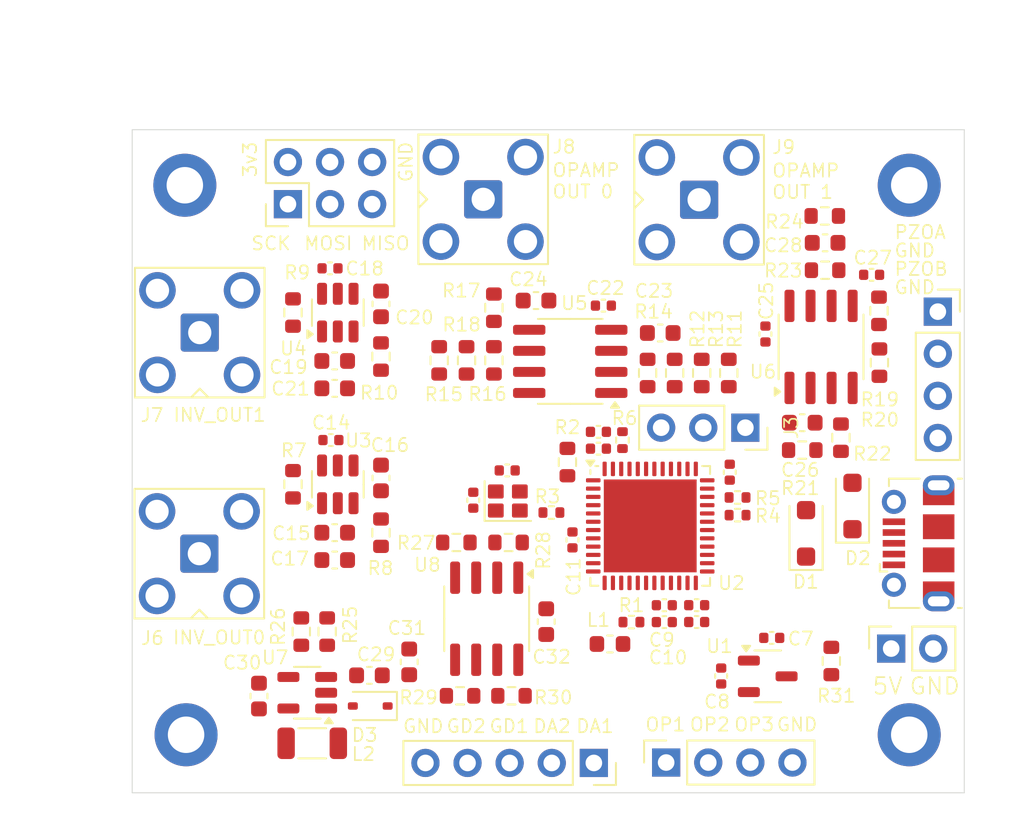
<source format=kicad_pcb>
(kicad_pcb (version 20241229) (generator "pcbnew") (generator_version "9.0")
  (layers (0 "F.Cu" signal) (2 "B.Cu" signal) (13 "F.Paste" user) (15 "B.Paste" user) (5 "F.SilkS" user "F.Silkscreen") (7 "B.SilkS" user "B.Silkscreen") (1 "F.Mask" user) (3 "B.Mask" user) (25 "Edge.Cuts" user))
  (net 0 "")
  (net 1 "+5V")
  (net 2 "GND")
  (net 3 "+3V3")
  (net 4 "Net-(C20-Pad2)")
  (net 5 "Net-(J6-In)")
  (net 6 "/MCU/dac1_out1")
  (net 7 "/MCU/dac1_out2")
  (net 8 "/MCU/piezo_record_needle/Vhalf")
  (net 9 "/MCU/VREF+")
  (net 10 "/MCU/NRST")
  (net 11 "/MCU/USB_D+")
  (net 12 "/MCU/USB_D-")
  (net 22 "+3.3V")
  (net 23 "/MCU/TIM3_ETR")
  (net 24 "/MCU/TIM4_ETR")
  (net 25 "/MCU/TIM1_ETR")
  (net 26 "/MCU/TIM2_ETR")
  (net 27 "/MCU/BOOT0")
  (net 28 "/MCU/piezo_record_needle/PIEZO_IN_A")
  (net 29 "/MCU/piezo_record_needle/PIEZO_IN_B")
  (net 30 "/MCU/SWCLK")
  (net 31 "/MCU/SWDIO")
  (net 32 "/MCU/opamp1_vinp")
  (net 33 "/MCU/SPI3_MOSI")
  (net 34 "/MCU/opamp3_vinp")
  (net 35 "/MCU/SPI3_MISO")
  (net 36 "/MCU/SPI3_SCK")
  (net 37 "/MCU/opamp2_vinp")
  (net 38 "Net-(U2-PF0)")
  (net 39 "Net-(C13-Pad1)")
  (net 40 "Net-(U3-1A)")
  (net 41 "Net-(U3-2Y)")
  (net 42 "Net-(C16-Pad2)")
  (net 43 "Net-(U4-1A)")
  (net 44 "Net-(J7-In)")
  (net 45 "Net-(U4-2Y)")
  (net 46 "Net-(J8-In)")
  (net 47 "Net-(J9-In)")
  (net 48 "Net-(U6A--)")
  (net 49 "Net-(U6B--)")
  (net 50 "Net-(L1-Pad1)")
  (net 51 "Net-(U2-VBAT)")
  (net 52 "Net-(U2-PF1)")
  (net 53 "Net-(U2-PA11)")
  (net 54 "Net-(U2-PA12)")
  (net 55 "Net-(U5A--)")
  (net 56 "Net-(U5B--)")
  (net 78 "+18V")
  (net 79 "Net-(U7-FB)")
  (net 80 "Net-(D3-A)")
  (net 81 "/MCU/piezo_drive/DAC1_CH1_GAIN")
  (net 82 "/MCU/piezo_drive/DAC1_CH2_GAIN")
  (net 83 "Net-(U8A--)")
  (net 84 "Net-(U8B--)")
  (net 85 "/MCU/BOOST_EN")
  (net 86 "/MCU/Power/USB_D+")
  (net 87 "/MCU/Power/USB_D-")
  (net 88 "/MCU/piezo_drive/dac1_out2")
  (net 89 "/MCU/piezo_drive/dac1_out1")
  (net 91 "+5V_IN")
  (footprint "Package_SO:SOIC-8_3.9x4.9mm_P1.27mm" (layer "F.Cu") (at 161.385 89.5 -90)
    (property "Reference" "U8" (at -3.25 3.575 0) (layer "F.SilkS") (effects (font (size 0.8 0.8) (thickness 0.1))))
    (property "Value" "OPA2188AIDR")
    (pad "1" smd roundrect (at -2.475 -1.905 270) (size 1.95 0.6) (layers "F.Cu" "F.Mask" "F.Paste") (net 81 "/MCU/piezo_drive/DAC1_CH1_GAIN"))
    (pad "2" smd roundrect (at -2.475 -0.635 270) (size 1.95 0.6) (layers "F.Cu" "F.Mask" "F.Paste") (net 83 "Net-(U8A--)"))
    (pad "3" smd roundrect (at -2.475 0.635 270) (size 1.95 0.6) (layers "F.Cu" "F.Mask" "F.Paste") (net 6 "/MCU/dac1_out1"))
    (pad "4" smd roundrect (at -2.475 1.905 270) (size 1.95 0.6) (layers "F.Cu" "F.Mask" "F.Paste") (net 2 "GND"))
    (pad "5" smd roundrect (at 2.475 1.905 270) (size 1.95 0.6) (layers "F.Cu" "F.Mask" "F.Paste") (net 7 "/MCU/dac1_out2"))
    (pad "6" smd roundrect (at 2.475 0.635 270) (size 1.95 0.6) (layers "F.Cu" "F.Mask" "F.Paste") (net 84 "Net-(U8B--)"))
    (pad "7" smd roundrect (at 2.475 -0.635 270) (size 1.95 0.6) (layers "F.Cu" "F.Mask" "F.Paste") (net 82 "/MCU/piezo_drive/DAC1_CH2_GAIN"))
    (pad "8" smd roundrect (at 2.475 -1.905 270) (size 1.95 0.6) (layers "F.Cu" "F.Mask" "F.Paste") (net 78 "+18V"))
  )
  (footprint "Connector_PinSocket_2.54mm:PinSocket_1x03_P2.54mm_Vertical" (layer "F.Cu") (at 176.99 77.975 -90)
    (property "Reference" "J3" (at 0 -2.77 90) (layer "F.SilkS") (effects (font (size 0.8 0.8) (thickness 0.1))))
    (property "Value" "Conn_01x03")
    (pad "1" thru_hole rect (at 0 0 270) (size 1.7 1.7) (drill 1) (layers "*.Cu" "*.Mask") (net 31 "/MCU/SWDIO"))
    (pad "2" thru_hole oval (at 0 2.54 270) (size 1.7 1.7) (drill 1) (layers "*.Cu" "*.Mask") (net 30 "/MCU/SWCLK"))
    (pad "3" thru_hole oval (at 0 5.08 270) (size 1.7 1.7) (drill 1) (layers "*.Cu" "*.Mask") (net 2 "GND"))
  )
  (footprint "Resistor_SMD:R_0603_1608Metric" (layer "F.Cu") (at 159.78 94.15)
    (property "Reference" "R29" (at -2.505 0.1 0) (layer "F.SilkS") (effects (font (size 0.8 0.8) (thickness 0.1))))
    (property "Value" "10k")
    (pad "1" smd roundrect (at -0.825 0) (size 0.8 0.95) (layers "F.Cu" "F.Mask" "F.Paste") (net 2 "GND"))
    (pad "2" smd roundrect (at 0.825 0) (size 0.8 0.95) (layers "F.Cu" "F.Mask" "F.Paste") (net 84 "Net-(U8B--)"))
  )
  (footprint "Capacitor_SMD:C_0402_1005Metric" (layer "F.Cu") (at 174.0525 89.698)
    (property "Reference" "C6" (hide yes))
    (property "Value" "2.2u")
    (pad "1" smd roundrect (at -0.48 0) (size 0.56 0.62) (layers "F.Cu" "F.Mask" "F.Paste") (net 3 "+3V3"))
    (pad "2" smd roundrect (at 0.48 0) (size 0.56 0.62) (layers "F.Cu" "F.Mask" "F.Paste") (net 2 "GND"))
  )
  (footprint "Resistor_SMD:R_0603_1608Metric" (layer "F.Cu") (at 182.7554 78.5772 -90)
    (property "Reference" "R22" (at 0.9728 -1.8946 0) (layer "F.SilkS") (effects (font (size 0.8 0.8) (thickness 0.1))))
    (property "Value" "10k")
    (pad "1" smd roundrect (at -0.825 0 270) (size 0.8 0.95) (layers "F.Cu" "F.Mask" "F.Paste") (net 28 "/MCU/piezo_record_needle/PIEZO_IN_A"))
    (pad "2" smd roundrect (at 0.825 0 270) (size 0.8 0.95) (layers "F.Cu" "F.Mask" "F.Paste") (net 48 "Net-(U6A--)"))
  )
  (footprint "Package_DFN_QFN:QFN-48-1EP_7x7mm_P0.5mm_EP5.6x5.6mm" (layer "F.Cu") (at 171.25 83.9)
    (property "Reference" "U2" (at 4.9 3.45 0) (layer "F.SilkS") (effects (font (size 0.8 0.8) (thickness 0.1))))
    (property "Value" "STM32G431CBUx")
    (pad "1" smd roundrect (at -3.4375 -2.75) (size 0.875 0.25) (layers "F.Cu" "F.Mask" "F.Paste") (net 51 "Net-(U2-VBAT)"))
    (pad "2" smd roundrect (at -3.4375 -2.25) (size 0.875 0.25) (layers "F.Cu" "F.Mask" "F.Paste"))
    (pad "3" smd roundrect (at -3.4375 -1.75) (size 0.875 0.25) (layers "F.Cu" "F.Mask" "F.Paste"))
    (pad "4" smd roundrect (at -3.4375 -1.25) (size 0.875 0.25) (layers "F.Cu" "F.Mask" "F.Paste") (net 85 "/MCU/BOOST_EN"))
    (pad "5" smd roundrect (at -3.4375 -0.75) (size 0.875 0.25) (layers "F.Cu" "F.Mask" "F.Paste") (net 38 "Net-(U2-PF0)"))
    (pad "6" smd roundrect (at -3.4375 -0.25) (size 0.875 0.25) (layers "F.Cu" "F.Mask" "F.Paste") (net 52 "Net-(U2-PF1)"))
    (pad "7" smd roundrect (at -3.4375 0.25) (size 0.875 0.25) (layers "F.Cu" "F.Mask" "F.Paste") (net 10 "/MCU/NRST"))
    (pad "8" smd roundrect (at -3.4375 0.75) (size 0.875 0.25) (layers "F.Cu" "F.Mask" "F.Paste"))
    (pad "9" smd roundrect (at -3.4375 1.25) (size 0.875 0.25) (layers "F.Cu" "F.Mask" "F.Paste"))
    (pad "10" smd roundrect (at -3.4375 1.75) (size 0.875 0.25) (layers "F.Cu" "F.Mask" "F.Paste"))
    (pad "11" smd roundrect (at -3.4375 2.25) (size 0.875 0.25) (layers "F.Cu" "F.Mask" "F.Paste") (net 32 "/MCU/opamp1_vinp"))
    (pad "12" smd roundrect (at -3.4375 2.75) (size 0.875 0.25) (layers "F.Cu" "F.Mask" "F.Paste") (net 6 "/MCU/dac1_out1"))
    (pad "13" smd roundrect (at -2.75 3.4375) (size 0.25 0.875) (layers "F.Cu" "F.Mask" "F.Paste") (net 7 "/MCU/dac1_out2"))
    (pad "14" smd roundrect (at -2.25 3.4375) (size 0.25 0.875) (layers "F.Cu" "F.Mask" "F.Paste"))
    (pad "15" smd roundrect (at -1.75 3.4375) (size 0.25 0.875) (layers "F.Cu" "F.Mask" "F.Paste"))
    (pad "16" smd roundrect (at -1.25 3.4375) (size 0.25 0.875) (layers "F.Cu" "F.Mask" "F.Paste") (net 25 "/MCU/TIM1_ETR"))
    (pad "17" smd roundrect (at -0.75 3.4375) (size 0.25 0.875) (layers "F.Cu" "F.Mask" "F.Paste"))
    (pad "18" smd roundrect (at -0.25 3.4375) (size 0.25 0.875) (layers "F.Cu" "F.Mask" "F.Paste"))
    (pad "19" smd roundrect (at 0.25 3.4375) (size 0.25 0.875) (layers "F.Cu" "F.Mask" "F.Paste"))
    (pad "20" smd roundrect (at 0.75 3.4375) (size 0.25 0.875) (layers "F.Cu" "F.Mask" "F.Paste") (net 9 "/MCU/VREF+"))
    (pad "21" smd roundrect (at 1.25 3.4375) (size 0.25 0.875) (layers "F.Cu" "F.Mask" "F.Paste") (net 9 "/MCU/VREF+"))
    (pad "22" smd roundrect (at 1.75 3.4375) (size 0.25 0.875) (layers "F.Cu" "F.Mask" "F.Paste"))
    (pad "23" smd roundrect (at 2.25 3.4375) (size 0.25 0.875) (layers "F.Cu" "F.Mask" "F.Paste") (net 3 "+3V3"))
    (pad "24" smd roundrect (at 2.75 3.4375) (size 0.25 0.875) (layers "F.Cu" "F.Mask" "F.Paste"))
    (pad "25" smd roundrect (at 3.4375 2.75) (size 0.875 0.25) (layers "F.Cu" "F.Mask" "F.Paste"))
    (pad "26" smd roundrect (at 3.4375 2.25) (size 0.875 0.25) (layers "F.Cu" "F.Mask" "F.Paste") (net 34 "/MCU/opamp3_vinp"))
    (pad "27" smd roundrect (at 3.4375 1.75) (size 0.875 0.25) (layers "F.Cu" "F.Mask" "F.Paste") (net 37 "/MCU/opamp2_vinp"))
    (pad "28" smd roundrect (at 3.4375 1.25) (size 0.875 0.25) (layers "F.Cu" "F.Mask" "F.Paste"))
    (pad "29" smd roundrect (at 3.4375 0.75) (size 0.875 0.25) (layers "F.Cu" "F.Mask" "F.Paste"))
    (pad "30" smd roundrect (at 3.4375 0.25) (size 0.875 0.25) (layers "F.Cu" "F.Mask" "F.Paste") (net 24 "/MCU/TIM4_ETR"))
    (pad "31" smd roundrect (at 3.4375 -0.25) (size 0.875 0.25) (layers "F.Cu" "F.Mask" "F.Paste"))
    (pad "32" smd roundrect (at 3.4375 -0.75) (size 0.875 0.25) (layers "F.Cu" "F.Mask" "F.Paste"))
    (pad "33" smd roundrect (at 3.4375 -1.25) (size 0.875 0.25) (layers "F.Cu" "F.Mask" "F.Paste") (net 53 "Net-(U2-PA11)"))
    (pad "34" smd roundrect (at 3.4375 -1.75) (size 0.875 0.25) (layers "F.Cu" "F.Mask" "F.Paste") (net 54 "Net-(U2-PA12)"))
    (pad "35" smd roundrect (at 3.4375 -2.25) (size 0.875 0.25) (layers "F.Cu" "F.Mask" "F.Paste") (net 3 "+3V3"))
    (pad "36" smd roundrect (at 3.4375 -2.75) (size 0.875 0.25) (layers "F.Cu" "F.Mask" "F.Paste") (net 31 "/MCU/SWDIO"))
    (pad "37" smd roundrect (at 2.75 -3.4375) (size 0.25 0.875) (layers "F.Cu" "F.Mask" "F.Paste") (net 30 "/MCU/SWCLK"))
    (pad "38" smd roundrect (at 2.25 -3.4375) (size 0.25 0.875) (layers "F.Cu" "F.Mask" "F.Paste") (net 26 "/MCU/TIM2_ETR"))
    (pad "39" smd roundrect (at 1.75 -3.4375) (size 0.25 0.875) (layers "F.Cu" "F.Mask" "F.Paste") (net 36 "/MCU/SPI3_SCK"))
    (pad "40" smd roundrect (at 1.25 -3.4375) (size 0.25 0.875) (layers "F.Cu" "F.Mask" "F.Paste") (net 35 "/MCU/SPI3_MISO"))
    (pad "41" smd roundrect (at 0.75 -3.4375) (size 0.25 0.875) (layers "F.Cu" "F.Mask" "F.Paste") (net 23 "/MCU/TIM3_ETR"))
    (pad "42" smd roundrect (at 0.25 -3.4375) (size 0.25 0.875) (layers "F.Cu" "F.Mask" "F.Paste"))
    (pad "43" smd roundrect (at -0.25 -3.4375) (size 0.25 0.875) (layers "F.Cu" "F.Mask" "F.Paste") (net 33 "/MCU/SPI3_MOSI"))
    (pad "44" smd roundrect (at -0.75 -3.4375) (size 0.25 0.875) (layers "F.Cu" "F.Mask" "F.Paste"))
    (pad "45" smd roundrect (at -1.25 -3.4375) (size 0.25 0.875) (layers "F.Cu" "F.Mask" "F.Paste"))
    (pad "46" smd roundrect (at -1.75 -3.4375) (size 0.25 0.875) (layers "F.Cu" "F.Mask" "F.Paste") (net 27 "/MCU/BOOT0"))
    (pad "47" smd roundrect (at -2.25 -3.4375) (size 0.25 0.875) (layers "F.Cu" "F.Mask" "F.Paste"))
    (pad "48" smd roundrect (at -2.75 -3.4375) (size 0.25 0.875) (layers "F.Cu" "F.Mask" "F.Paste") (net 3 "+3V3"))
    (pad "49" smd rect (at 0 0) (size 5.6 5.6) (property pad_prop_heatsink) (layers "F.Cu" "F.Mask") (net 2 "GND"))
  )
  (footprint "Capacitor_SMD:C_0603_1608Metric" (layer "F.Cu") (at 154.31 92.914405 180)
    (property "Reference" "C29" (at -0.4 1.2625 0) (layer "F.SilkS") (effects (font (size 0.8 0.8) (thickness 0.1))))
    (property "Value" "1u")
    (pad "1" smd roundrect (at -0.775 0 180) (size 0.9 0.95) (layers "F.Cu" "F.Mask" "F.Paste") (net 78 "+18V"))
    (pad "2" smd roundrect (at 0.775 0 180) (size 0.9 0.95) (layers "F.Cu" "F.Mask" "F.Paste") (net 2 "GND"))
  )
  (footprint "MountingHole:MountingHole_2.2mm_M2_DIN965_Pad" (layer "F.Cu") (at 186.875 63.35)
    (property "Reference" "H2" (hide yes))
    (property "Value" "MountingHole_Pad")
    (pad "1" thru_hole circle (at 0 0) (size 3.8 3.8) (drill 2.2) (layers "*.Cu" "*.Mask") (net 2 "GND"))
  )
  (footprint "Resistor_SMD:R_0603_1608Metric" (layer "F.Cu") (at 160.169 73.914 -90)
    (property "Reference" "R18" (at -2.1568 0.295 0) (layer "F.SilkS") (effects (font (size 0.8 0.8) (thickness 0.1))))
    (property "Value" "49.9")
    (pad "1" smd roundrect (at -0.825 0 270) (size 0.8 0.95) (layers "F.Cu" "F.Mask" "F.Paste") (net 47 "Net-(J9-In)"))
    (pad "2" smd roundrect (at 0.825 0 270) (size 0.8 0.95) (layers "F.Cu" "F.Mask" "F.Paste") (net 26 "/MCU/TIM2_ETR"))
  )
  (footprint "Connector_PinHeader_2.54mm:PinHeader_2x03_P2.54mm_Vertical" (layer "F.Cu") (at 149.395 64.49 90)
    (property "Reference" "J10" (hide yes))
    (property "Value" "Conn_02x03_Odd_Even")
    (pad "1" thru_hole rect (at 0 0 90) (size 1.7 1.7) (drill 1) (layers "*.Cu" "*.Mask") (net 36 "/MCU/SPI3_SCK"))
    (pad "2" thru_hole oval (at 2.54 0 90) (size 1.7 1.7) (drill 1) (layers "*.Cu" "*.Mask") (net 3 "+3V3"))
    (pad "3" thru_hole oval (at 0 2.54 90) (size 1.7 1.7) (drill 1) (layers "*.Cu" "*.Mask") (net 33 "/MCU/SPI3_MOSI"))
    (pad "4" thru_hole oval (at 2.54 2.54 90) (size 1.7 1.7) (drill 1) (layers "*.Cu" "*.Mask"))
    (pad "5" thru_hole oval (at 0 5.08 90) (size 1.7 1.7) (drill 1) (layers "*.Cu" "*.Mask") (net 35 "/MCU/SPI3_MISO"))
    (pad "6" thru_hole oval (at 2.54 5.08 90) (size 1.7 1.7) (drill 1) (layers "*.Cu" "*.Mask") (net 2 "GND"))
  )
  (footprint "Resistor_SMD:R_0603_1608Metric" (layer "F.Cu") (at 181.8 68.475 180)
    (property "Reference" "R23" (at 2.525 -0.025 180) (layer "F.SilkS") (effects (font (size 0.8 0.8) (thickness 0.1))))
    (property "Value" "1M")
    (pad "1" smd roundrect (at -0.825 0 180) (size 0.8 0.95) (layers "F.Cu" "F.Mask" "F.Paste") (net 49 "Net-(U6B--)"))
    (pad "2" smd roundrect (at 0.825 0 180) (size 0.8 0.95) (layers "F.Cu" "F.Mask" "F.Paste") (net 37 "/MCU/opamp2_vinp"))
  )
  (footprint "gabe_connectors:SMA_BAT_Wireless_BWSMA-KWE-Z001" (layer "F.Cu") (at 161.175 64.2)
    (property "Reference" "J8" (at 4.875 -3.175 180) (layer "F.SilkS") (effects (font (size 0.8 0.8) (thickness 0.1))))
    (property "Value" "Conn_Coaxial")
    (pad "1" thru_hole roundrect (at 0 0) (size 2.3 2.3) (drill 1.4) (layers "*.Cu" "*.Mask") (roundrect_rratio 0.087) (net 46 "Net-(J8-In)"))
    (pad "2" thru_hole circle (at -2.55 -2.55) (size 2.2 2.2) (drill 1.4) (layers "*.Cu" "*.Mask") (net 2 "GND"))
    (pad "2" thru_hole circle (at -2.55 2.55) (size 2.2 2.2) (drill 1.4) (layers "*.Cu" "*.Mask") (net 2 "GND"))
    (pad "2" thru_hole circle (at 2.55 -2.55) (size 2.2 2.2) (drill 1.4) (layers "*.Cu" "*.Mask") (net 2 "GND"))
    (pad "2" thru_hole circle (at 2.55 2.55) (size 2.2 2.2) (drill 1.4) (layers "*.Cu" "*.Mask") (net 2 "GND"))
  )
  (footprint "Connector_PinSocket_2.54mm:PinSocket_1x04_P2.54mm_Vertical" (layer "F.Cu") (at 172.21 98.175 90)
    (property "Reference" "J4" (hide yes))
    (property "Value" "Conn_01x04")
    (pad "1" thru_hole rect (at 0 0 90) (size 1.7 1.7) (drill 1) (layers "*.Cu" "*.Mask") (net 32 "/MCU/opamp1_vinp"))
    (pad "2" thru_hole oval (at 0 2.54 90) (size 1.7 1.7) (drill 1) (layers "*.Cu" "*.Mask") (net 37 "/MCU/opamp2_vinp"))
    (pad "3" thru_hole oval (at 0 5.08 90) (size 1.7 1.7) (drill 1) (layers "*.Cu" "*.Mask") (net 34 "/MCU/opamp3_vinp"))
    (pad "4" thru_hole oval (at 0 7.62 90) (size 1.7 1.7) (drill 1) (layers "*.Cu" "*.Mask") (net 2 "GND"))
  )
  (footprint "Resistor_SMD:R_0603_1608Metric" (layer "F.Cu") (at 155.009 73.683 -90)
    (property "Reference" "R10" (at 2.189 0.109 180) (layer "F.SilkS") (effects (font (size 0.8 0.8) (thickness 0.1))))
    (property "Value" "10k")
    (pad "1" smd roundrect (at -0.825 0 270) (size 0.8 0.95) (layers "F.Cu" "F.Mask" "F.Paste") (net 4 "Net-(C20-Pad2)"))
    (pad "2" smd roundrect (at 0.825 0 270) (size 0.8 0.95) (layers "F.Cu" "F.Mask" "F.Paste") (net 44 "Net-(J7-In)"))
  )
  (footprint "Package_TO_SOT_SMD:SOT-23-6" (layer "F.Cu") (at 152.403 71.0345 90)
    (property "Reference" "U4" (at -2.1625 -2.678 180) (layer "F.SilkS") (effects (font (size 0.8 0.8) (thickness 0.1))))
    (property "Value" "SN74LVC2G14DBV")
    (pad "1" smd roundrect (at -1.1375 -0.95 90) (size 1.325 0.6) (layers "F.Cu" "F.Mask" "F.Paste") (net 43 "Net-(U4-1A)"))
    (pad "2" smd roundrect (at -1.1375 0 90) (size 1.325 0.6) (layers "F.Cu" "F.Mask" "F.Paste") (net 2 "GND"))
    (pad "3" smd roundrect (at -1.1375 0.95 90) (size 1.325 0.6) (layers "F.Cu" "F.Mask" "F.Paste") (net 24 "/MCU/TIM4_ETR"))
    (pad "4" smd roundrect (at 1.1375 0.95 90) (size 1.325 0.6) (layers "F.Cu" "F.Mask" "F.Paste") (net 45 "Net-(U4-2Y)"))
    (pad "5" smd roundrect (at 1.1375 0 90) (size 1.325 0.6) (layers "F.Cu" "F.Mask" "F.Paste") (net 3 "+3V3"))
    (pad "6" smd roundrect (at 1.1375 -0.95 90) (size 1.325 0.6) (layers "F.Cu" "F.Mask" "F.Paste") (net 24 "/MCU/TIM4_ETR"))
  )
  (footprint "Capacitor_SMD:C_0603_1608Metric" (layer "F.Cu") (at 155.009 81.007 -90)
    (property "Reference" "C16" (at -1.982 -0.541 180) (layer "F.SilkS") (effects (font (size 0.8 0.8) (thickness 0.1))))
    (property "Value" "10n")
    (pad "1" smd roundrect (at -0.775 0 270) (size 0.9 0.95) (layers "F.Cu" "F.Mask" "F.Paste") (net 41 "Net-(U3-2Y)"))
    (pad "2" smd roundrect (at 0.775 0 270) (size 0.9 0.95) (layers "F.Cu" "F.Mask" "F.Paste") (net 42 "Net-(C16-Pad2)"))
  )
  (footprint "Resistor_SMD:R_0603_1608Metric" (layer "F.Cu") (at 172.723333 74.676 90)
    (property "Reference" "R12" (at 2.651 1.376667 90) (layer "F.SilkS") (effects (font (size 0.8 0.8) (thickness 0.1))))
    (property "Value" "4.7k")
    (pad "1" smd roundrect (at -0.825 0 90) (size 0.8 0.95) (layers "F.Cu" "F.Mask" "F.Paste") (net 25 "/MCU/TIM1_ETR"))
    (pad "2" smd roundrect (at 0.825 0 90) (size 0.8 0.95) (layers "F.Cu" "F.Mask" "F.Paste") (net 55 "Net-(U5A--)"))
  )
  (footprint "Capacitor_SMD:C_0603_1608Metric" (layer "F.Cu") (at 181.8 66.825 180)
    (property "Reference" "C28" (at 2.525 -0.15 180) (layer "F.SilkS") (effects (font (size 0.8 0.8) (thickness 0.1))))
    (property "Value" "10n")
    (pad "1" smd roundrect (at -0.775 0 180) (size 0.9 0.95) (layers "F.Cu" "F.Mask" "F.Paste") (net 49 "Net-(U6B--)"))
    (pad "2" smd roundrect (at 0.775 0 180) (size 0.9 0.95) (layers "F.Cu" "F.Mask" "F.Paste") (net 37 "/MCU/opamp2_vinp"))
  )
  (footprint "Capacitor_SMD:C_0402_1005Metric" (layer "F.Cu") (at 172.1004 88.6864)
    (property "Reference" "C9" (at -0.154953 2.0912 0) (layer "F.SilkS") (effects (font (size 0.8 0.8) (thickness 0.1))))
    (property "Value" "100n")
    (pad "1" smd roundrect (at -0.48 0) (size 0.56 0.62) (layers "F.Cu" "F.Mask" "F.Paste") (net 9 "/MCU/VREF+"))
    (pad "2" smd roundrect (at 0.48 0) (size 0.56 0.62) (layers "F.Cu" "F.Mask" "F.Paste") (net 2 "GND"))
  )
  (footprint "Resistor_SMD:R_0603_1608Metric" (layer "F.Cu") (at 151.76 90.275 -90)
    (property "Reference" "R25" (at -0.4 -1.39 90) (layer "F.SilkS") (effects (font (size 0.8 0.8) (thickness 0.1))))
    (property "Value" "2.2M")
    (pad "1" smd roundrect (at -0.825 0 270) (size 0.8 0.95) (layers "F.Cu" "F.Mask" "F.Paste") (net 78 "+18V"))
    (pad "2" smd roundrect (at 0.825 0 270) (size 0.8 0.95) (layers "F.Cu" "F.Mask" "F.Paste") (net 79 "Net-(U7-FB)"))
  )
  (footprint "Resistor_SMD:R_0402_1005Metric" (layer "F.Cu") (at 169.575 78.725 90)
    (property "Reference" "R6" (at 1.325 0.125 180) (layer "F.SilkS") (effects (font (size 0.8 0.8) (thickness 0.1))))
    (property "Value" "10k")
    (pad "1" smd roundrect (at -0.51 0 90) (size 0.54 0.64) (layers "F.Cu" "F.Mask" "F.Paste") (net 27 "/MCU/BOOT0"))
    (pad "2" smd roundrect (at 0.51 0 90) (size 0.54 0.64) (layers "F.Cu" "F.Mask" "F.Paste") (net 2 "GND"))
  )
  (footprint "Diode_SMD:D_SOD-123F" (layer "F.Cu") (at 183.45 82.7 90)
    (property "Reference" "D2" (at -3.15 0.325 0) (layer "F.SilkS") (effects (font (size 0.8 0.8) (thickness 0.1))))
    (property "Value" "SMF5V0A")
    (pad "1" smd roundrect (at -1.4 0 90) (size 1.1 1.1) (layers "F.Cu" "F.Mask" "F.Paste") (roundrect_rratio 0.2272727273) (net 11 "/MCU/USB_D+"))
    (pad "2" smd roundrect (at 1.4 0 90) (size 1.1 1.1) (layers "F.Cu" "F.Mask" "F.Paste") (roundrect_rratio 0.2272727273) (net 2 "GND"))
  )
  (footprint "Capacitor_SMD:C_0603_1608Metric" (layer "F.Cu") (at 171.853 72.263 180)
    (property "Reference" "C23" (at 0.378 2.538 0) (layer "F.SilkS") (effects (font (size 0.8 0.8) (thickness 0.1))))
    (property "Value" "1n")
    (pad "1" smd roundrect (at -0.775 0 180) (size 0.9 0.95) (layers "F.Cu" "F.Mask" "F.Paste") (net 2 "GND"))
    (pad "2" smd roundrect (at 0.775 0 180) (size 0.9 0.95) (layers "F.Cu" "F.Mask" "F.Paste") (net 46 "Net-(J8-In)"))
  )
  (footprint "Capacitor_SMD:C_0402_1005Metric" (layer "F.Cu") (at 172.1004 89.7024 180)
    (property "Reference" "C10" (at -0.226 -2.1336 0) (layer "F.SilkS") (effects (font (size 0.8 0.8) (thickness 0.1))))
    (property "Value" "4.7uF")
    (pad "1" smd roundrect (at -0.48 0 180) (size 0.56 0.62) (layers "F.Cu" "F.Mask" "F.Paste") (net 2 "GND"))
    (pad "2" smd roundrect (at 0.48 0 180) (size 0.56 0.62) (layers "F.Cu" "F.Mask" "F.Paste") (net 9 "/MCU/VREF+"))
  )
  (footprint "Capacitor_SMD:C_0603_1608Metric" (layer "F.Cu") (at 152.215 73.95 180)
    (property "Reference" "C19" (at 2.79 -0.372 180) (layer "F.SilkS") (effects (font (size 0.8 0.8) (thickness 0.1))))
    (property "Value" "10n")
    (pad "1" smd roundrect (at -0.775 0 180) (size 0.9 0.95) (layers "F.Cu" "F.Mask" "F.Paste") (net 44 "Net-(J7-In)"))
    (pad "2" smd roundrect (at 0.775 0 180) (size 0.9 0.95) (layers "F.Cu" "F.Mask" "F.Paste") (net 43 "Net-(U4-1A)"))
  )
  (footprint "Resistor_SMD:R_0603_1608Metric" (layer "F.Cu") (at 181.7804 65.2022)
    (property "Reference" "R24" (at -2.4304 0.3478 180) (layer "F.SilkS") (effects (font (size 0.8 0.8) (thickness 0.1))))
    (property "Value" "10k")
    (pad "1" smd roundrect (at -0.825 0) (size 0.8 0.95) (layers "F.Cu" "F.Mask" "F.Paste") (net 29 "/MCU/piezo_record_needle/PIEZO_IN_B"))
    (pad "2" smd roundrect (at 0.825 0) (size 0.8 0.95) (layers "F.Cu" "F.Mask" "F.Paste") (net 49 "Net-(U6B--)"))
  )
  (footprint "Resistor_SMD:R_0603_1608Metric" (layer "F.Cu") (at 158.518 73.914 -90)
    (property "Reference" "R15" (at 2.051 -0.282 0) (layer "F.SilkS") (effects (font (size 0.8 0.8) (thickness 0.1))))
    (property "Value" "10k")
    (pad "1" smd roundrect (at -0.825 0 270) (size 0.8 0.95) (layers "F.Cu" "F.Mask" "F.Paste") (net 56 "Net-(U5B--)"))
    (pad "2" smd roundrect (at 0.825 0 270) (size 0.8 0.95) (layers "F.Cu" "F.Mask" "F.Paste") (net 3 "+3V3"))
  )
  (footprint "Package_SO:SOIC-8_3.9x4.9mm_P1.27mm" (layer "F.Cu") (at 166.425 73.975 180)
    (property "Reference" "U5" (at -0.25 3.51 0) (layer "F.SilkS") (effects (font (size 0.8 0.8) (thickness 0.1))))
    (property "Value" "TPH2502-SR")
    (pad "1" smd roundrect (at -2.475 -1.905 180) (size 1.95 0.6) (layers "F.Cu" "F.Mask" "F.Paste") (net 25 "/MCU/TIM1_ETR"))
    (pad "2" smd roundrect (at -2.475 -0.635 180) (size 1.95 0.6) (layers "F.Cu" "F.Mask" "F.Paste") (net 55 "Net-(U5A--)"))
    (pad "3" smd roundrect (at -2.475 0.635 180) (size 1.95 0.6) (layers "F.Cu" "F.Mask" "F.Paste") (net 46 "Net-(J8-In)"))
    (pad "4" smd roundrect (at -2.475 1.905 180) (size 1.95 0.6) (layers "F.Cu" "F.Mask" "F.Paste") (net 2 "GND"))
    (pad "5" smd roundrect (at 2.475 1.905 180) (size 1.95 0.6) (layers "F.Cu" "F.Mask" "F.Paste") (net 47 "Net-(J9-In)"))
    (pad "6" smd roundrect (at 2.475 0.635 180) (size 1.95 0.6) (layers "F.Cu" "F.Mask" "F.Paste") (net 56 "Net-(U5B--)"))
    (pad "7" smd roundrect (at 2.475 -0.635 180) (size 1.95 0.6) (layers "F.Cu" "F.Mask" "F.Paste") (net 26 "/MCU/TIM2_ETR"))
    (pad "8" smd roundrect (at 2.475 -1.905 180) (size 1.95 0.6) (layers "F.Cu" "F.Mask" "F.Paste") (net 3 "+3V3"))
  )
  (footprint "Diode_SMD:D_SOD-123F" (layer "F.Cu") (at 180.65 84.35 90)
    (property "Reference" "D1" (at -2.925 -0.012 0) (layer "F.SilkS") (effects (font (size 0.8 0.8) (thickness 0.1))))
    (property "Value" "SMF5V0A")
    (pad "1" smd roundrect (at -1.4 0 90) (size 1.1 1.1) (layers "F.Cu" "F.Mask" "F.Paste") (roundrect_rratio 0.2272727273) (net 12 "/MCU/USB_D-"))
    (pad "2" smd roundrect (at 1.4 0 90) (size 1.1 1.1) (layers "F.Cu" "F.Mask" "F.Paste") (roundrect_rratio 0.2272727273) (net 2 "GND"))
  )
  (footprint "Resistor_SMD:R_0603_1608Metric" (layer "F.Cu") (at 149.7004 81.388 90)
    (property "Reference" "R7" (at 2.038 0.0496 180) (layer "F.SilkS") (effects (font (size 0.8 0.8) (thickness 0.1))))
    (property "Value" "10Meg")
    (pad "1" smd roundrect (at -0.825 0 90) (size 0.8 0.95) (layers "F.Cu" "F.Mask" "F.Paste") (net 40 "Net-(U3-1A)"))
    (pad "2" smd roundrect (at 0.825 0 90) (size 0.8 0.95) (layers "F.Cu" "F.Mask" "F.Paste") (net 23 "/MCU/TIM3_ETR"))
  )
  (footprint "gabe_connectors:SMA_BAT_Wireless_BWSMA-KWE-Z001" (layer "F.Cu") (at 174.2 64.225)
    (property "Reference" "J9" (at 5.1 -3.175 180) (layer "F.SilkS") (effects (font (size 0.8 0.8) (thickness 0.1))))
    (property "Value" "Conn_Coaxial")
    (pad "1" thru_hole roundrect (at 0 0) (size 2.3 2.3) (drill 1.4) (layers "*.Cu" "*.Mask") (roundrect_rratio 0.087) (net 47 "Net-(J9-In)"))
    (pad "2" thru_hole circle (at -2.55 -2.55) (size 2.2 2.2) (drill 1.4) (layers "*.Cu" "*.Mask") (net 2 "GND"))
    (pad "2" thru_hole circle (at -2.55 2.55) (size 2.2 2.2) (drill 1.4) (layers "*.Cu" "*.Mask") (net 2 "GND"))
    (pad "2" thru_hole circle (at 2.55 -2.55) (size 2.2 2.2) (drill 1.4) (layers "*.Cu" "*.Mask") (net 2 "GND"))
    (pad "2" thru_hole circle (at 2.55 2.55) (size 2.2 2.2) (drill 1.4) (layers "*.Cu" "*.Mask") (net 2 "GND"))
  )
  (footprint "Connector_PinSocket_2.54mm:PinSocket_1x02_P2.54mm_Vertical" (layer "F.Cu") (at 185.785 91.3 90)
    (property "Reference" "J2" (hide yes))
    (property "Value" "Conn_01x02")
    (pad "1" thru_hole rect (at 0 0 90) (size 1.7 1.7) (drill 1) (layers "*.Cu" "*.Mask") (net 91 "+5V_IN"))
    (pad "2" thru_hole oval (at 0 2.54 90) (size 1.7 1.7) (drill 1) (layers "*.Cu" "*.Mask") (net 2 "GND"))
  )
  (footprint "Capacitor_SMD:C_0603_1608Metric" (layer "F.Cu") (at 152.215 85.96)
    (property "Reference" "C17" (at -2.715 -0.085 180) (layer "F.SilkS") (effects (font (size 0.8 0.8) (thickness 0.1))))
    (property "Value" "1n")
    (pad "1" smd roundrect (at -0.775 0) (size 0.9 0.95) (layers "F.Cu" "F.Mask" "F.Paste") (net 2 "GND"))
    (pad "2" smd roundrect (at 0.775 0) (size 0.9 0.95) (layers "F.Cu" "F.Mask" "F.Paste") (net 5 "Net-(J6-In)"))
  )
  (footprint "Capacitor_SMD:C_0603_1608Metric" (layer "F.Cu") (at 152.215 84.309 180)
    (property "Reference" "C15" (at 2.615 -0.041 180) (layer "F.SilkS") (effects (font (size 0.8 0.8) (thickness 0.1))))
    (property "Value" "10n")
    (pad "1" smd roundrect (at -0.775 0 180) (size 0.9 0.95) (layers "F.Cu" "F.Mask" "F.Paste") (net 5 "Net-(J6-In)"))
    (pad "2" smd roundrect (at 0.775 0 180) (size 0.9 0.95) (layers "F.Cu" "F.Mask" "F.Paste") (net 40 "Net-(U3-1A)"))
  )
  (footprint "Resistor_SMD:R_0603_1608Metric" (layer "F.Cu") (at 182.175 92.05 -90)
    (property "Reference" "R31" (at 2.1 -0.3 180) (layer "F.SilkS") (effects (font (size 0.8 0.8) (thickness 0.1))))
    (property "Value" "0")
    (pad "1" smd roundrect (at -0.825 0 270) (size 0.8 0.95) (layers "F.Cu" "F.Mask" "F.Paste") (net 91 "+5V_IN"))
    (pad "2" smd roundrect (at 0.825 0 270) (size 0.8 0.95) (layers "F.Cu" "F.Mask" "F.Paste") (net 1 "+5V"))
  )
  (footprint "Capacitor_SMD:C_0402_1005Metric" (layer "F.Cu") (at 178.58 90.655 180)
    (property "Reference" "C7" (at -1.75 -0.05 0) (layer "F.SilkS") (effects (font (size 0.8 0.8) (thickness 0.1))))
    (property "Value" "1u")
    (pad "1" smd roundrect (at -0.48 0 180) (size 0.56 0.62) (layers "F.Cu" "F.Mask" "F.Paste") (net 1 "+5V"))
    (pad "2" smd roundrect (at 0.48 0 180) (size 0.56 0.62) (layers "F.Cu" "F.Mask" "F.Paste") (net 2 "GND"))
  )
  (footprint "Capacitor_SMD:C_0603_1608Metric" (layer "F.Cu") (at 164.975 89.675 90)
    (property "Reference" "C32" (at -2.125 0.325 0) (layer "F.SilkS") (effects (font (size 0.8 0.8) (thickness 0.1))))
    (property "Value" "100n")
    (pad "1" smd roundrect (at -0.775 0 90) (size 0.9 0.95) (layers "F.Cu" "F.Mask" "F.Paste") (net 78 "+18V"))
    (pad "2" smd roundrect (at 0.775 0 90) (size 0.9 0.95) (layers "F.Cu" "F.Mask" "F.Paste") (net 2 "GND"))
  )
  (footprint "Resistor_SMD:R_0603_1608Metric" (layer "F.Cu") (at 159.555 84.9)
    (property "Reference" "R27" (at -2.43 0.025 0) (layer "F.SilkS") (effects (font (size 0.8 0.8) (thickness 0.1))))
    (property "Value" "10k")
    (pad "1" smd roundrect (at -0.825 0) (size 0.8 0.95) (layers "F.Cu" "F.Mask" "F.Paste") (net 2 "GND"))
    (pad "2" smd roundrect (at 0.825 0) (size 0.8 0.95) (layers "F.Cu" "F.Mask" "F.Paste") (net 83 "Net-(U8A--)"))
  )
  (footprint "MountingHole:MountingHole_2.2mm_M2_DIN965_Pad" (layer "F.Cu") (at 186.875 96.5)
    (property "Reference" "H4" (hide yes))
    (property "Value" "MountingHole_Pad")
    (pad "1" thru_hole circle (at 0 0) (size 3.8 3.8) (drill 2.2) (layers "*.Cu" "*.Mask") (net 2 "GND"))
  )
  (footprint "Capacitor_SMD:C_0603_1608Metric" (layer "F.Cu") (at 164.36 70.3072 180)
    (property "Reference" "C24" (at 0.46 1.2822 0) (layer "F.SilkS") (effects (font (size 0.8 0.8) (thickness 0.1))))
    (property "Value" "1n")
    (pad "1" smd roundrect (at -0.775 0 180) (size 0.9 0.95) (layers "F.Cu" "F.Mask" "F.Paste") (net 2 "GND"))
    (pad "2" smd roundrect (at 0.775 0 180) (size 0.9 0.95) (layers "F.Cu" "F.Mask" "F.Paste") (net 47 "Net-(J9-In)"))
  )
  (footprint "Inductor_SMD:L_1206_3216Metric" (layer "F.Cu") (at 150.86 97.014405)
    (property "Reference" "L2" (at 3.08631 0.65 0) (layer "F.SilkS") (effects (font (size 0.8 0.8) (thickness 0.1))))
    (property "Value" "10uH")
    (pad "1" smd roundrect (at -1.575 0) (size 1.05 1.9) (layers "F.Cu" "F.Mask" "F.Paste") (roundrect_rratio 0.238095) (net 1 "+5V"))
    (pad "2" smd roundrect (at 1.575 0) (size 1.05 1.9) (layers "F.Cu" "F.Mask" "F.Paste") (roundrect_rratio 0.238095) (net 80 "Net-(D3-A)"))
  )
  (footprint "Resistor_SMD:R_0603_1608Metric" (layer "F.Cu") (at 185.075 74.05 90)
    (property "Reference" "R20" (at -3.45 0.025 180) (layer "F.SilkS") (effects (font (size 0.8 0.8) (thickness 0.1))))
    (property "Value" "10k")
    (pad "1" smd roundrect (at -0.825 0 90) (size 0.8 0.95) (layers "F.Cu" "F.Mask" "F.Paste") (net 2 "GND"))
    (pad "2" smd roundrect (at 0.825 0 90) (size 0.8 0.95) (layers "F.Cu" "F.Mask" "F.Paste") (net 8 "/MCU/piezo_record_needle/Vhalf"))
  )
  (footprint "Resistor_SMD:R_0603_1608Metric" (layer "F.Cu") (at 185.05 70.925 90)
    (property "Reference" "R19" (at -5.35 0.05 180) (layer "F.SilkS") (effects (font (size 0.8 0.8) (thickness 0.1))))
    (property "Value" "10k")
    (pad "1" smd roundrect (at -0.825 0 90) (size 0.8 0.95) (layers "F.Cu" "F.Mask" "F.Paste") (net 8 "/MCU/piezo_record_needle/Vhalf"))
    (pad "2" smd roundrect (at 0.825 0 90) (size 0.8 0.95) (layers "F.Cu" "F.Mask" "F.Paste") (net 3 "+3V3"))
  )
  (footprint "Capacitor_SMD:C_0603_1608Metric" (layer "F.Cu") (at 155.009 70.508 -90)
    (property "Reference" "C20" (at 0.817 -2.016 180) (layer "F.SilkS") (effects (font (size 0.8 0.8) (thickness 0.1))))
    (property "Value" "10n")
    (pad "1" smd roundrect (at -0.775 0 270) (size 0.9 0.95) (layers "F.Cu" "F.Mask" "F.Paste") (net 45 "Net-(U4-2Y)"))
    (pad "2" smd roundrect (at 0.775 0 270) (size 0.9 0.95) (layers "F.Cu" "F.Mask" "F.Paste") (net 4 "Net-(C20-Pad2)"))
  )
  (footprint "Resistor_SMD:R_0603_1608Metric" (layer "F.Cu") (at 162.88 94.15 180)
    (property "Reference" "R30" (at -2.52 -0.1 0) (layer "F.SilkS") (effects (font (size 0.8 0.8) (thickness 0.1))))
    (property "Value" "51k")
    (pad "1" smd roundrect (at -0.825 0 180) (size 0.8 0.95) (layers "F.Cu" "F.Mask" "F.Paste") (net 82 "/MCU/piezo_drive/DAC1_CH2_GAIN"))
    (pad "2" smd roundrect (at 0.825 0 180) (size 0.8 0.95) (layers "F.Cu" "F.Mask" "F.Paste") (net 84 "Net-(U8B--)"))
  )
  (footprint "Resistor_SMD:R_0603_1608Metric" (layer "F.Cu") (at 161.82 73.914 90)
    (property "Reference" "R16" (at -2.032 -0.381 0) (layer "F.SilkS") (effects (font (size 0.8 0.8) (thickness 0.1))))
    (property "Value" "4.7k")
    (pad "1" smd roundrect (at -0.825 0 90) (size 0.8 0.95) (layers "F.Cu" "F.Mask" "F.Paste") (net 26 "/MCU/TIM2_ETR"))
    (pad "2" smd roundrect (at 0.825 0 90) (size 0.8 0.95) (layers "F.Cu" "F.Mask" "F.Paste") (net 56 "Net-(U5B--)"))
  )
  (footprint "Capacitor_SMD:C_0402_1005Metric" (layer "F.Cu") (at 162.6225 80.554 180)
    (property "Reference" "C12" (hide yes))
    (property "Value" "15pF")
    (pad "1" smd roundrect (at -0.48 0 180) (size 0.56 0.62) (layers "F.Cu" "F.Mask" "F.Paste") (net 38 "Net-(U2-PF0)"))
    (pad "2" smd roundrect (at 0.48 0 180) (size 0.56 0.62) (layers "F.Cu" "F.Mask" "F.Paste") (net 2 "GND"))
  )
  (footprint "Resistor_SMD:R_0603_1608Metric" (layer "F.Cu") (at 180.4204 79.3261 180)
    (property "Reference" "R21" (at 0.1204 -2.2989 180) (layer "F.SilkS") (effects (font (size 0.8 0.8) (thickness 0.1))))
    (property "Value" "1M")
    (pad "1" smd roundrect (at -0.825 0 180) (size 0.8 0.95) (layers "F.Cu" "F.Mask" "F.Paste") (net 48 "Net-(U6A--)"))
    (pad "2" smd roundrect (at 0.825 0 180) (size 0.8 0.95) (layers "F.Cu" "F.Mask" "F.Paste") (net 32 "/MCU/opamp1_vinp"))
  )
  (footprint "Resistor_SMD:R_0603_1608Metric" (layer "F.Cu") (at 161.82 70.739 -90)
    (property "Reference" "R17" (at -1.0318 1.971 0) (layer "F.SilkS") (effects (font (size 0.8 0.8) (thickness 0.1))))
    (property "Value" "10k")
    (pad "1" smd roundrect (at -0.825 0 270) (size 0.8 0.95) (layers "F.Cu" "F.Mask" "F.Paste") (net 2 "GND"))
    (pad "2" smd roundrect (at 0.825 0 270) (size 0.8 0.95) (layers "F.Cu" "F.Mask" "F.Paste") (net 56 "Net-(U5B--)"))
  )
  (footprint "Resistor_SMD:R_0603_1608Metric" (layer "F.Cu") (at 175.988 74.676 -90)
    (property "Reference" "R11" (at -2.651 -0.362 90) (layer "F.SilkS") (effects (font (size 0.8 0.8) (thickness 0.1))))
    (property "Value" "10k")
    (pad "1" smd roundrect (at -0.825 0 270) (size 0.8 0.95) (layers "F.Cu" "F.Mask" "F.Paste") (net 55 "Net-(U5A--)"))
    (pad "2" smd roundrect (at 0.825 0 270) (size 0.8 0.95) (layers "F.Cu" "F.Mask" "F.Paste") (net 3 "+3V3"))
  )
  (footprint "Resistor_SMD:R_0603_1608Metric" (layer "F.Cu") (at 149.7004 71.029 90)
    (property "Reference" "R9" (at 2.413 0.254 180) (layer "F.SilkS") (effects (font (size 0.8 0.8) (thickness 0.1))))
    (property "Value" "10Meg")
    (pad "1" smd roundrect (at -0.825 0 90) (size 0.8 0.95) (layers "F.Cu" "F.Mask" "F.Paste") (net 43 "Net-(U4-1A)"))
    (pad "2" smd roundrect (at 0.825 0 90) (size 0.8 0.95) (layers "F.Cu" "F.Mask" "F.Paste") (net 24 "/MCU/TIM4_ETR"))
  )
  (footprint "Capacitor_SMD:C_0402_1005Metric" (layer "F.Cu") (at 178.2 72.325 -90)
    (property "Reference" "C25" (at -2 -0.05 270) (layer "F.SilkS") (effects (font (size 0.8 0.8) (thickness 0.1))))
    (property "Value" "100n")
    (pad "1" smd roundrect (at -0.48 0 270) (size 0.56 0.62) (layers "F.Cu" "F.Mask" "F.Paste") (net 3 "+3V3"))
    (pad "2" smd roundrect (at 0.48 0 270) (size 0.56 0.62) (layers "F.Cu" "F.Mask" "F.Paste") (net 2 "GND"))
  )
  (footprint "Capacitor_SMD:C_0402_1005Metric" (layer "F.Cu") (at 160.575 82.35 90)
    (property "Reference" "C13" (hide yes))
    (property "Value" "15pF")
    (pad "1" smd roundrect (at -0.48 0 90) (size 0.56 0.62) (layers "F.Cu" "F.Mask" "F.Paste") (net 39 "Net-(C13-Pad1)"))
    (pad "2" smd roundrect (at 0.48 0 90) (size 0.56 0.62) (layers "F.Cu" "F.Mask" "F.Paste") (net 2 "GND"))
  )
  (footprint "Capacitor_SMD:C_0402_1005Metric" (layer "F.Cu") (at 151.9864 78.721 180)
    (property "Reference" "C14" (at -0.0136 1.046 180) (layer "F.SilkS") (effects (font (size 0.8 0.8) (thickness 0.1))))
    (property "Value" "100n")
    (pad "1" smd roundrect (at -0.48 0 180) (size 0.56 0.62) (layers "F.Cu" "F.Mask" "F.Paste") (net 3 "+3V3"))
    (pad "2" smd roundrect (at 0.48 0 180) (size 0.56 0.62) (layers "F.Cu" "F.Mask" "F.Paste") (net 2 "GND"))
  )
  (footprint "Resistor_SMD:R_0603_1608Metric" (layer "F.Cu") (at 162.705 84.9 180)
    (property "Reference" "R28" (at -2.095 -0.475 90) (layer "F.SilkS") (effects (font (size 0.8 0.8) (thickness 0.1))))
    (property "Value" "51k")
    (pad "1" smd roundrect (at -0.825 0 180) (size 0.8 0.95) (layers "F.Cu" "F.Mask" "F.Paste") (net 81 "/MCU/piezo_drive/DAC1_CH1_GAIN"))
    (pad "2" smd roundrect (at 0.825 0 180) (size 0.8 0.95) (layers "F.Cu" "F.Mask" "F.Paste") (net 83 "Net-(U8A--)"))
  )
  (footprint "Package_TO_SOT_SMD:SOT-23-3" (layer "F.Cu") (at 178.3375 92.975)
    (property "Reference" "U1" (at -2.9075 -1.82 0) (layer "F.SilkS") (effects (font (size 0.8 0.8) (thickness 0.1))))
    (property "Value" "XC6206PxxxMR")
    (pad "1" smd roundrect (at -1.1375 -0.95) (size 1.325 0.6) (layers "F.Cu" "F.Mask" "F.Paste") (net 2 "GND"))
    (pad "2" smd roundrect (at -1.1375 0.95) (size 1.325 0.6) (layers "F.Cu" "F.Mask" "F.Paste") (net 3 "+3V3"))
    (pad "3" smd roundrect (at 1.1375 0) (size 1.325 0.6) (layers "F.Cu" "F.Mask" "F.Paste") (net 1 "+5V"))
  )
  (footprint "Package_SO:SOIC-8_3.9x4.9mm_P1.27mm" (layer "F.Cu") (at 181.5554 73.1022 90)
    (property "Reference" "U6" (at -1.4978 -3.5054 180) (layer "F.SilkS") (effects (font (size 0.8 0.8) (thickness 0.1))))
    (property "Value" "TLV2333IDR")
    (pad "1" smd roundrect (at -2.475 -1.905 90) (size 1.95 0.6) (layers "F.Cu" "F.Mask" "F.Paste") (net 32 "/MCU/opamp1_vinp"))
    (pad "2" smd roundrect (at -2.475 -0.635 90) (size 1.95 0.6) (layers "F.Cu" "F.Mask" "F.Paste") (net 48 "Net-(U6A--)"))
    (pad "3" smd roundrect (at -2.475 0.635 90) (size 1.95 0.6) (layers "F.Cu" "F.Mask" "F.Paste") (net 8 "/MCU/piezo_record_needle/Vhalf"))
    (pad "4" smd roundrect (at -2.475 1.905 90) (size 1.95 0.6) (layers "F.Cu" "F.Mask" "F.Paste") (net 2 "GND"))
    (pad "5" smd roundrect (at 2.475 1.905 90) (size 1.95 0.6) (layers "F.Cu" "F.Mask" "F.Paste") (net 8 "/MCU/piezo_record_needle/Vhalf"))
    (pad "6" smd roundrect (at 2.475 0.635 90) (size 1.95 0.6) (layers "F.Cu" "F.Mask" "F.Paste") (net 49 "Net-(U6B--)"))
    (pad "7" smd roundrect (at 2.475 -0.635 90) (size 1.95 0.6) (layers "F.Cu" "F.Mask" "F.Paste") (net 37 "/MCU/opamp2_vinp"))
    (pad "8" smd roundrect (at 2.475 -1.905 90) (size 1.95 0.6) (layers "F.Cu" "F.Mask" "F.Paste") (net 3 "+3V3"))
  )
  (footprint "Resistor_SMD:R_0603_1608Metric" (layer "F.Cu") (at 171.091 74.676 -90)
    (property "Reference" "R14" (at -3.701 -0.359 0) (layer "F.SilkS") (effects (font (size 0.8 0.8) (thickness 0.1))))
    (property "Value" "49.9")
    (pad "1" smd roundrect (at -0.825 0 270) (size 0.8 0.95) (layers "F.Cu" "F.Mask" "F.Paste") (net 46 "Net-(J8-In)"))
    (pad "2" smd roundrect (at 0.825 0 270) (size 0.8 0.95) (layers "F.Cu" "F.Mask" "F.Paste") (net 25 "/MCU/TIM1_ETR"))
  )
  (footprint "MountingHole:MountingHole_2.2mm_M2_DIN965_Pad" (layer "F.Cu") (at 143.175 63.35)
    (property "Reference" "H1" (hide yes))
    (property "Value" "MountingHole_Pad")
    (pad "1" thru_hole circle (at 0 0) (size 3.8 3.8) (drill 2.2) (layers "*.Cu" "*.Mask") (net 2 "GND"))
  )
  (footprint "MountingHole:MountingHole_2.2mm_M2_DIN965_Pad" (layer "F.Cu") (at 143.25 96.5)
    (property "Reference" "H3" (hide yes))
    (property "Value" "MountingHole_Pad")
    (pad "1" thru_hole circle (at 0 0) (size 3.8 3.8) (drill 2.2) (layers "*.Cu" "*.Mask") (net 2 "GND"))
  )
  (footprint "Connector_PinSocket_2.54mm:PinSocket_1x05_P2.54mm_Vertical" (layer "F.Cu") (at 167.85 98.2 -90)
    (property "Reference" "J13" (hide yes))
    (property "Value" "Conn_01x05")
    (pad "1" thru_hole rect (at 0 0 270) (size 1.7 1.7) (drill 1) (layers "*.Cu" "*.Mask") (net 89 "/MCU/piezo_drive/dac1_out1"))
    (pad "2" thru_hole oval (at 0 2.54 270) (size 1.7 1.7) (drill 1) (layers "*.Cu" "*.Mask") (net 88 "/MCU/piezo_drive/dac1_out2"))
    (pad "3" thru_hole oval (at 0 5.08 270) (size 1.7 1.7) (drill 1) (layers "*.Cu" "*.Mask") (net 81 "/MCU/piezo_drive/DAC1_CH1_GAIN"))
    (pad "4" thru_hole oval (at 0 7.62 270) (size 1.7 1.7) (drill 1) (layers "*.Cu" "*.Mask") (net 82 "/MCU/piezo_drive/DAC1_CH2_GAIN"))
    (pad "5" thru_hole oval (at 0 10.16 270) (size 1.7 1.7) (drill 1) (layers "*.Cu" "*.Mask") (net 2 "GND"))
  )
  (footprint "Capacitor_SMD:C_0402_1005Metric" (layer "F.Cu") (at 168.125 79.241 180)
    (property "Reference" "C2" (hide yes))
    (property "Value" "100n")
    (pad "1" smd roundrect (at -0.48 0 180) (size 0.56 0.62) (layers "F.Cu" "F.Mask" "F.Paste") (net 3 "+3V3"))
    (pad "2" smd roundrect (at 0.48 0 180) (size 0.56 0.62) (layers "F.Cu" "F.Mask" "F.Paste") (net 2 "GND"))
  )
  (footprint "Package_TO_SOT_SMD:SOT-23-6" (layer "F.Cu") (at 152.403 81.3935 90)
    (property "Reference" "U3" (at 2.6435 1.247 180) (layer "F.SilkS") (effects (font (size 0.8 0.8) (thickness 0.1))))
    (property "Value" "SN74LVC2G14DBV")
    (pad "1" smd roundrect (at -1.1375 -0.95 90) (size 1.325 0.6) (layers "F.Cu" "F.Mask" "F.Paste") (net 40 "Net-(U3-1A)"))
    (pad "2" smd roundrect (at -1.1375 0 90) (size 1.325 0.6) (layers "F.Cu" "F.Mask" "F.Paste") (net 2 "GND"))
    (pad "3" smd roundrect (at -1.1375 0.95 90) (size 1.325 0.6) (layers "F.Cu" "F.Mask" "F.Paste") (net 23 "/MCU/TIM3_ETR"))
    (pad "4" smd roundrect (at 1.1375 0.95 90) (size 1.325 0.6) (layers "F.Cu" "F.Mask" "F.Paste") (net 41 "Net-(U3-2Y)"))
    (pad "5" smd roundrect (at 1.1375 0 90) (size 1.325 0.6) (layers "F.Cu" "F.Mask" "F.Paste") (net 3 "+3V3"))
    (pad "6" smd roundrect (at 1.1375 -0.95 90) (size 1.325 0.6) (layers "F.Cu" "F.Mask" "F.Paste") (net 23 "/MCU/TIM3_ETR"))
  )
  (footprint "Crystal:Crystal_SMD_SeikoEpson_FA128-4Pin_2.0x1.6mm" (layer "F.Cu") (at 162.6595 82.399)
    (property "Reference" "Y1" (hide yes))
    (property "Value" "24MHz, 9pF")
    (pad "1" smd roundrect (at -0.725 0.575) (size 0.95 0.85) (layers "F.Cu" "F.Mask" "F.Paste") (roundrect_rratio 0.12) (net 39 "Net-(C13-Pad1)"))
    (pad "2" smd roundrect (at 0.725 0.575) (size 0.95 0.85) (layers "F.Cu" "F.Mask" "F.Paste") (roundrect_rratio 0.12) (net 2 "GND"))
    (pad "3" smd roundrect (at 0.725 -0.575) (size 0.95 0.85) (layers "F.Cu" "F.Mask" "F.Paste") (roundrect_rratio 0.12) (net 38 "Net-(U2-PF0)"))
    (pad "4" smd roundrect (at -0.725 -0.575) (size 0.95 0.85) (layers "F.Cu" "F.Mask" "F.Paste") (roundrect_rratio 0.12) (net 2 "GND"))
  )
  (footprint "Inductor_SMD:L_0603_1608Metric" (layer "F.Cu") (at 168.8212 91.0232 180)
    (property "Reference" "L1" (at 0.6962 1.4482 0) (layer "F.SilkS") (effects (font (size 0.8 0.8) (thickness 0.1))))
    (property "Value" "10uH")
    (pad "1" smd roundrect (at -0.7875 0 180) (size 0.875 0.95) (layers "F.Cu" "F.Mask" "F.Paste") (net 50 "Net-(L1-Pad1)"))
    (pad "2" smd roundrect (at 0.7875 0 180) (size 0.875 0.95) (layers "F.Cu" "F.Mask" "F.Paste") (net 22 "+3.3V"))
  )
  (footprint "Connector_USB:USB_Micro-B_Molex-105017-0001" (layer "F.Cu") (at 187.4125 84.95 90)
    (property "Reference" "J1" (hide yes))
    (property "Value" "USB_B_Micro")
    (pad "1" smd rect (at -1.3 -1.4625 90) (size 0.4 1.35) (layers "F.Cu" "F.Mask" "F.Paste") (net 91 "+5V_IN"))
    (pad "2" smd rect (at -0.65 -1.4625 90) (size 0.4 1.35) (layers "F.Cu" "F.Mask" "F.Paste") (net 87 "/MCU/Power/USB_D-"))
    (pad "3" smd rect (at 0 -1.4625 90) (size 0.4 1.35) (layers "F.Cu" "F.Mask" "F.Paste") (net 86 "/MCU/Power/USB_D+"))
    (pad "4" smd rect (at 0.65 -1.4625 90) (size 0.4 1.35) (layers "F.Cu" "F.Mask" "F.Paste"))
    (pad "5" smd rect (at 1.3 -1.4625 90) (size 0.4 1.35) (layers "F.Cu" "F.Mask" "F.Paste") (net 2 "GND"))
    (pad "6" thru_hole oval (at -3.5 1.2375 270) (size 1.2 1.9) (drill oval 0.6 1.3) (property pad_prop_heatsink) (layers "*.Cu" "*.Mask"))
    (pad "6" smd rect (at -2.9 1.2375 90) (size 1.2 1.9) (layers "F.Cu" "F.Mask"))
    (pad "6" thru_hole circle (at -2.5 -1.4625 90) (size 1.45 1.45) (drill 0.85) (property pad_prop_heatsink) (layers "*.Cu" "*.Mask"))
    (pad "6" smd rect (at -1 1.2375 90) (size 1.5 1.9) (layers "F.Cu" "F.Mask" "F.Paste"))
    (pad "6" smd rect (at 1 1.2375 90) (size 1.5 1.9) (layers "F.Cu" "F.Mask" "F.Paste"))
    (pad "6" thru_hole circle (at 2.5 -1.4625 90) (size 1.45 1.45) (drill 0.85) (property pad_prop_heatsink) (layers "*.Cu" "*.Mask"))
    (pad "6" smd rect (at 2.9 1.2375 90) (size 1.2 1.9) (layers "F.Cu" "F.Mask"))
    (pad "6" thru_hole oval (at 3.5 1.2375 90) (size 1.2 1.9) (drill oval 0.6 1.3) (property pad_prop_heatsink) (layers "*.Cu" "*.Mask"))
  )
  (footprint "Package_TO_SOT_SMD:SOT-23-5" (layer "F.Cu") (at 150.56 93.964405 180)
    (property "Reference" "U7" (at 1.9375 2.125 0) (layer "F.SilkS") (effects (font (size 0.8 0.8) (thickness 0.1))))
    (property "Value" "TPS61040DBV")
    (pad "1" smd roundrect (at -1.1375 -0.95 180) (size 1.325 0.6) (layers "F.Cu" "F.Mask" "F.Paste") (net 80 "Net-(D3-A)"))
    (pad "2" smd roundrect (at -1.1375 0 180) (size 1.325 0.6) (layers "F.Cu" "F.Mask" "F.Paste") (net 2 "GND"))
    (pad "3" smd roundrect (at -1.1375 0.95 180) (size 1.325 0.6) (layers "F.Cu" "F.Mask" "F.Paste") (net 79 "Net-(U7-FB)"))
    (pad "4" smd roundrect (at 1.1375 0.95 180) (size 1.325 0.6) (layers "F.Cu" "F.Mask" "F.Paste") (net 85 "/MCU/BOOST_EN"))
    (pad "5" smd roundrect (at 1.1375 -0.95 180) (size 1.325 0.6) (layers "F.Cu" "F.Mask" "F.Paste") (net 1 "+5V"))
  )
  (footprint "Capacitor_SMD:C_0402_1005Metric" (layer "F.Cu") (at 174.0525 88.682)
    (property "Reference" "C3" (hide yes))
    (property "Value" "100n")
    (pad "1" smd roundrect (at -0.48 0) (size 0.56 0.62) (layers "F.Cu" "F.Mask" "F.Paste") (net 3 "+3V3"))
    (pad "2" smd roundrect (at 0.48 0) (size 0.56 0.62) (layers "F.Cu" "F.Mask" "F.Paste") (net 2 "GND"))
  )
  (footprint "Capacitor_SMD:C_0603_1608Metric" (layer "F.Cu") (at 156.71 92.101905 90)
    (property "Reference" "C31" (at 2.0375 -0.1375 0) (layer "F.SilkS") (effects (font (size 0.8 0.8) (thickness 0.1))))
    (property "Value" "22p")
    (pad "1" smd roundrect (at -0.775 0 90) (size 0.9 0.95) (layers "F.Cu" "F.Mask" "F.Paste") (net 78 "+18V"))
    (pad "2" smd roundrect (at 0.775 0 90) (size 0.9 0.95) (layers "F.Cu" "F.Mask" "F.Paste") (net 79 "Net-(U7-FB)"))
  )
  (footprint "Diode_SMD:D_SOD-323" (layer "F.Cu") (at 154.36 94.764405 180)
    (property "Reference" "D3" (at 0.3375 -1.75 0) (layer "F.SilkS") (effects (font (size 0.8 0.8) (thickness 0.1))))
    (property "Value" "D_Schottky")
    (pad "1" smd roundrect (at -1.05 0 180) (size 0.6 0.45) (layers "F.Cu" "F.Mask" "F.Paste") (net 78 "+18V"))
    (pad "2" smd roundrect (at 1.05 0 180) (size 0.6 0.45) (layers "F.Cu" "F.Mask" "F.Paste") (net 80 "Net-(D3-A)"))
  )
  (footprint "Resistor_SMD:R_0603_1608Metric" (layer "F.Cu") (at 155.009 84.309 -90)
    (property "Reference" "R8" (at 2.141 0.034 180) (layer "F.SilkS") (effects (font (size 0.8 0.8) (thickness 0.1))))
    (property "Value" "10k")
    (pad "1" smd roundrect (at -0.825 0 270) (size 0.8 0.95) (layers "F.Cu" "F.Mask" "F.Paste") (net 42 "Net-(C16-Pad2)"))
    (pad "2" smd roundrect (at 0.825 0 270) (size 0.8 0.95) (layers "F.Cu" "F.Mask" "F.Paste") (net 5 "Net-(J6-In)"))
  )
  (footprint "Resistor_SMD:R_0603_1608Metric" (layer "F.Cu") (at 166.2544 80.0504 -90)
    (property "Reference" "R2" (at -2.1004 0.0044 180) (layer "F.SilkS") (effects (font (size 0.8 0.8) (thickness 0.1))))
    (property "Value" "0")
    (pad "1" smd roundrect (at -0.825 0 270) (size 0.8 0.95) (layers "F.Cu" "F.Mask" "F.Paste") (net 3 "+3V3"))
    (pad "2" smd roundrect (at 0.825 0 270) (size 0.8 0.95) (layers "F.Cu" "F.Mask" "F.Paste") (net 51 "Net-(U2-VBAT)"))
  )
  (footprint "gabe_connectors:SMA_BAT_Wireless_BWSMA-KWE-Z001" (layer "F.Cu") (at 144.05 85.575 90)
    (property "Reference" "J6" (at -5.0935 -2.825 180) (layer "F.SilkS") (effects (font (size 0.8 0.8) (thickness 0.1))))
    (property "Value" "Conn_Coaxial")
    (pad "1" thru_hole roundrect (at 0 0 90) (size 2.3 2.3) (drill 1.4) (layers "*.Cu" "*.Mask") (roundrect_rratio 0.087) (net 5 "Net-(J6-In)"))
    (pad "2" thru_hole circle (at -2.55 -2.55 90) (size 2.2 2.2) (drill 1.4) (layers "*.Cu" "*.Mask") (net 2 "GND"))
    (pad "2" thru_hole circle (at -2.55 2.55 90) (size 2.2 2.2) (drill 1.4) (layers "*.Cu" "*.Mask") (net 2 "GND"))
    (pad "2" thru_hole circle (at 2.55 -2.55 90) (size 2.2 2.2) (drill 1.4) (layers "*.Cu" "*.Mask") (net 2 "GND"))
    (pad "2" thru_hole circle (at 2.55 2.55 90) (size 2.2 2.2) (drill 1.4) (layers "*.Cu" "*.Mask") (net 2 "GND"))
  )
  (footprint "gabe_connectors:SMA_BAT_Wireless_BWSMA-KWE-Z001" (layer "F.Cu") (at 144.075 72.24 90)
    (property "Reference" "J7" (at -4.9785 -2.875 180) (layer "F.SilkS") (effects (font (size 0.8 0.8) (thickness 0.1))))
    (property "Value" "Conn_Coaxial")
    (pad "1" thru_hole roundrect (at 0 0 90) (size 2.3 2.3) (drill 1.4) (layers "*.Cu" "*.Mask") (roundrect_rratio 0.087) (net 44 "Net-(J7-In)"))
    (pad "2" thru_hole circle (at -2.55 -2.55 90) (size 2.2 2.2) (drill 1.4) (layers "*.Cu" "*.Mask") (net 2 "GND"))
    (pad "2" thru_hole circle (at -2.55 2.55 90) (size 2.2 2.2) (drill 1.4) (layers "*.Cu" "*.Mask") (net 2 "GND"))
    (pad "2" thru_hole circle (at 2.55 -2.55 90) (size 2.2 2.2) (drill 1.4) (layers "*.Cu" "*.Mask") (net 2 "GND"))
    (pad "2" thru_hole circle (at 2.55 2.55 90) (size 2.2 2.2) (drill 1.4) (layers "*.Cu" "*.Mask") (net 2 "GND"))
  )
  (footprint "Resistor_SMD:R_0603_1608Metric" (layer "F.Cu") (at 150.2 90.275 90)
    (property "Reference" "R26" (at 0.3 -1.4 90) (layer "F.SilkS") (effects (font (size 0.8 0.8) (thickness 0.1))))
    (property "Value" "160K")
    (pad "1" smd roundrect (at -0.825 0 90) (size 0.8 0.95) (layers "F.Cu" "F.Mask" "F.Paste") (net 79 "Net-(U7-FB)"))
    (pad "2" smd roundrect (at 0.825 0 90) (size 0.8 0.95) (layers "F.Cu" "F.Mask" "F.Paste") (net 2 "GND"))
  )
  (footprint "Resistor_SMD:R_0402_1005Metric" (layer "F.Cu") (at 176.518 83.2508)
    (property "Reference" "R4" (at 1.8268 0.0508 0) (layer "F.SilkS") (effects (font (size 0.8 0.8) (thickness 0.1))))
    (property "Value" "27")
    (pad "1" smd roundrect (at -0.51 0) (size 0.54 0.64) (layers "F.Cu" "F.Mask" "F.Paste") (net 53 "Net-(U2-PA11)"))
    (pad "2" smd roundrect (at 0.51 0) (size 0.54 0.64) (layers "F.Cu" "F.Mask" "F.Paste") (net 12 "/MCU/USB_D-"))
  )
  (footprint "Capacitor_SMD:C_0402_1005Metric" (layer "F.Cu") (at 168.424 70.612)
    (property "Reference" "C22" (at 0.126 -1.062 0) (layer "F.SilkS") (effects (font (size 0.8 0.8) (thickness 0.1))))
    (property "Value" "100n")
    (pad "1" smd roundrect (at -0.48 0) (size 0.56 0.62) (layers "F.Cu" "F.Mask" "F.Paste") (net 3 "+3V3"))
    (pad "2" smd roundrect (at 0.48 0) (size 0.56 0.62) (layers "F.Cu" "F.Mask" "F.Paste") (net 2 "GND"))
  )
  (footprint "Capacitor_SMD:C_0402_1005Metric" (layer "F.Cu") (at 176.048 80.66 90)
    (property "Reference" "C1" (hide yes))
    (property "Value" "100n")
    (pad "1" smd roundrect (at -0.48 0 90) (size 0.56 0.62) (layers "F.Cu" "F.Mask" "F.Paste") (net 3 "+3V3"))
    (pad "2" smd roundrect (at 0.48 0 90) (size 0.56 0.62) (layers "F.Cu" "F.Mask" "F.Paste") (net 2 "GND"))
  )
  (footprint "Capacitor_SMD:C_0603_1608Metric" (layer "F.Cu") (at 152.215 75.601)
    (property "Reference" "C21" (at -2.665 0.021 0) (layer "F.SilkS") (effects (font (size 0.8 0.8) (thickness 0.1))))
    (property "Value" "1n")
    (pad "1" smd roundrect (at -0.775 0) (size 0.9 0.95) (layers "F.Cu" "F.Mask" "F.Paste") (net 2 "GND"))
    (pad "2" smd roundrect (at 0.775 0) (size 0.9 0.95) (layers "F.Cu" "F.Mask" "F.Paste") (net 44 "Net-(J7-In)"))
  )
  (footprint "Capacitor_SMD:C_0402_1005Metric" (layer "F.Cu") (at 166.5595 84.745 -90)
    (property "Reference" "C11" (at 2.23 -0.0655 90) (layer "F.SilkS") (effects (font (size 0.8 0.8) (thickness 0.1))))
    (property "Value" "100n")
    (pad "1" smd roundrect (at -0.48 0 270) (size 0.56 0.62) (layers "F.Cu" "F.Mask" "F.Paste") (net 10 "/MCU/NRST"))
    (pad "2" smd roundrect (at 0.48 0 270) (size 0.56 0.62) (layers "F.Cu" "F.Mask" "F.Paste") (net 2 "GND"))
  )
  (footprint "Capacitor_SMD:C_0402_1005Metric" (layer "F.Cu") (at 151.933 68.362 180)
    (property "Reference" "C18" (at -2.092 -0.013 180) (layer "F.SilkS") (effects (font (size 0.8 0.8) (thickness 0.1))))
    (property "Value" "100n")
    (pad "1" smd roundrect (at -0.48 0 180) (size 0.56 0.62) (layers "F.Cu" "F.Mask" "F.Paste") (net 3 "+3V3"))
    (pad "2" smd roundrect (at 0.48 0 180) (size 0.56 0.62) (layers "F.Cu" "F.Mask" "F.Paste") (net 2 "GND"))
  )
  (footprint "Capacitor_SMD:C_0402_1005Metric" (layer "F.Cu") (at 184.6054 68.7522)
    (property "Reference" "C27" (at 0.0696 -1.0272 180) (layer "F.SilkS") (effects (font (size 0.8 0.8) (thickness 0.1))))
    (property "Value" "100n")
    (pad "1" smd roundrect (at -0.48 0) (size 0.56 0.62) (layers "F.Cu" "F.Mask" "F.Paste") (net 8 "/MCU/piezo_record_needle/Vhalf"))
    (pad "2" smd roundrect (at 0.48 0) (size 0.56 0.62) (layers "F.Cu" "F.Mask" "F.Paste") (net 2 "GND"))
  )
  (footprint "Capacitor_SMD:C_0603_1608Metric" (layer "F.Cu") (at 147.6475 94.164405 -90)
    (property "Reference" "C30" (at -2.0125 1.0125 180) (layer "F.SilkS") (effects (font (size 0.8 0.8) (thickness 0.1))))
    (property "Value" "4.7uF")
    (pad "1" smd roundrect (at -0.775 0 270) (size 0.9 0.95) (layers "F.Cu" "F.Mask" "F.Paste") (net 2 "GND"))
    (pad "2" smd roundrect (at 0.775 0 270) (size 0.9 0.95) (layers "F.Cu" "F.Mask" "F.Paste") (net 1 "+5V"))
  )
  (footprint "Connector_PinSocket_2.54mm:PinSocket_1x04_P2.54mm_Vertical" (layer "F.Cu") (at 188.6 70.975)
    (property "Reference" "J12" (hide yes))
    (property "Value" "Conn_01x04")
    (pad "1" thru_hole rect (at 0 0) (size 1.7 1.7) (drill 1) (layers "*.Cu" "*.Mask") (net 28 "/MCU/piezo_record_needle/PIEZO_IN_A"))
    (pad "2" thru_hole oval (at 0 2.54) (size 1.7 1.7) (drill 1) (layers "*.Cu" "*.Mask") (net 2 "GND"))
    (pad "3" thru_hole oval (at 0 5.08) (size 1.7 1.7) (drill 1) (layers "*.Cu" "*.Mask") (net 29 "/MCU/piezo_record_needle/PIEZO_IN_B"))
    (pad "4" thru_hole oval (at 0 7.62) (size 1.7 1.7) (drill 1) (layers "*.Cu" "*.Mask") (net 2 "GND"))
  )
  (footprint "Capacitor_SMD:C_0603_1608Metric" (layer "F.Cu") (at 180.4204 77.675 180)
    (property "Reference" "C26" (at 0.1204 -2.85 180) (layer "F.SilkS") (effects (font (size 0.8 0.8) (thickness 0.1))))
    (property "Value" "10n")
    (pad "1" smd roundrect (at -0.775 0 180) (size 0.9 0.95) (layers "F.Cu" "F.Mask" "F.Paste") (net 48 "Net-(U6A--)"))
    (pad "2" smd roundrect (at 0.775 0 180) (size 0.9 0.95) (layers "F.Cu" "F.Mask" "F.Paste") (net 32 "/MCU/opamp1_vinp"))
  )
  (footprint "Resistor_SMD:R_0603_1608Metric" (layer "F.Cu") (at 174.355667 74.676 90)
    (property "Reference" "R13" (at 2.651 0.869333 90) (layer "F.SilkS") (effects (font (size 0.8 0.8) (thickness 0.1))))
    (property "Value" "10k")
    (pad "1" smd roundrect (at -0.825 0 90) (size 0.8 0.95) (layers "F.Cu" "F.Mask" "F.Paste") (net 2 "GND"))
    (pad "2" smd roundrect (at 0.825 0 90) (size 0.8 0.95) (layers "F.Cu" "F.Mask" "F.Paste") (net 55 "Net-(U5A--)"))
  )
  (footprint "Capacitor_SMD:C_0402_1005Metric" (layer "F.Cu") (at 175.53 92.955 90)
    (property "Reference" "C8" (at -1.55 -0.25 180) (layer "F.SilkS") (effects (font (size 0.8 0.8) (thickness 0.1))))
    (property "Value" "1u")
    (pad "1" smd roundrect (at -0.48 0 90) (size 0.56 0.62) (layers "F.Cu" "F.Mask" "F.Paste") (net 3 "+3V3"))
    (pad "2" smd roundrect (at 0.48 0 90) (size 0.56 0.62) (layers "F.Cu" "F.Mask" "F.Paste") (net 2 "GND"))
  )
  (footprint "Resistor_SMD:R_0402_1005Metric" (layer "F.Cu") (at 165.2895 83.094)
    (property "Reference" "R3" (at -0.2395 -0.969 180) (layer "F.SilkS") (effects (font (size 0.8 0.8) (thickness 0.1))))
    (property "Value" "442")
    (pad "1" smd roundrect (at -0.51 0) (size 0.54 0.64) (layers "F.Cu" "F.Mask" "F.Paste") (net 39 "Net-(C13-Pad1)"))
    (pad "2" smd roundrect (at 0.51 0) (size 0.54 0.64) (layers "F.Cu" "F.Mask" "F.Paste") (net 52 "Net-(U2-PF1)"))
  )
  (footprint "Resistor_SMD:R_0402_1005Metric" (layer "F.Cu") (at 176.518 82.184)
    (property "Reference" "R5" (at 1.8268 0.0508 0) (layer "F.SilkS") (effects (font (size 0.8 0.8) (thickness 0.1))))
    (property "Value" "27")
    (pad "1" smd roundrect (at -0.51 0) (size 0.54 0.64) (layers "F.Cu" "F.Mask" "F.Paste") (net 54 "Net-(U2-PA12)"))
    (pad "2" smd roundrect (at 0.51 0) (size 0.54 0.64) (layers "F.Cu" "F.Mask" "F.Paste") (net 11 "/MCU/USB_D+"))
  )
  (footprint "Resistor_SMD:R_0402_1005Metric" (layer "F.Cu") (at 170.1172 89.7024 180)
    (property "Reference" "R1" (at 0 1.016 0) (layer "F.SilkS") (effects (font (size 0.8 0.8) (thickness 0.1))))
    (property "Value" "10")
    (pad "1" smd roundrect (at -0.51 0 180) (size 0.54 0.64) (layers "F.Cu" "F.Mask" "F.Paste") (net 9 "/MCU/VREF+"))
    (pad "2" smd roundrect (at 0.51 0 180) (size 0.54 0.64) (layers "F.Cu" "F.Mask" "F.Paste") (net 50 "Net-(L1-Pad1)"))
  )
  (footprint "Capacitor_SMD:C_0402_1005Metric" (layer "F.Cu") (at 168.125 78.225 180)
    (property "Reference" "C5" (hide yes))
    (property "Value" "2.2u")
    (pad "1" smd roundrect (at -0.48 0 180) (size 0.56 0.62) (layers "F.Cu" "F.Mask" "F.Paste") (net 3 "+3V3"))
    (pad "2" smd roundrect (at 0.48 0 180) (size 0.56 0.62) (layers "F.Cu" "F.Mask" "F.Paste") (net 2 "GND"))
  )
  (gr_line (start 190.1952 60) (end 190.1952 100) (stroke (width 0.05)) (layer "Edge.Cuts"))
  (gr_line (start 190.1952 100) (end 140 100) (stroke (width 0.05)) (layer "Edge.Cuts"))
  (gr_line (start 140 100) (end 140 60) (stroke (width 0.05)) (layer "Edge.Cuts"))
  (gr_line (start 140 60) (end 190.2 60) (stroke (width 0.05)) (layer "Edge.Cuts"))
  (gr_text "GND" (at 156.975 63.229761 90) (layer "F.SilkS") (effects (font (size 0.8 0.8) (thickness 0.1)) (justify left bottom)))
  (gr_text "GD1" (at 161.490476 96.45 0) (layer "F.SilkS") (effects (font (size 0.8 0.8) (thickness 0.1)) (justify left bottom)))
  (gr_text "SCK" (at 147.125 67.325 0) (layer "F.SilkS") (effects (font (size 0.8 0.8) (thickness 0.1)) (justify left bottom)))
  (gr_text "MOSI" (at 150.316667 67.325 0) (layer "F.SilkS") (effects (font (size 0.8 0.8) (thickness 0.1)) (justify left bottom)))
  (gr_text "OPAMP\nOUT 1" (at 178.55 64.225 0) (layer "F.SilkS") (effects (font (size 0.8 0.8) (thickness 0.1)) (justify left bottom)))
  (gr_text "GND" (at 186.825 94.15 0) (layer "F.SilkS") (effects (font (size 1 1) (thickness 0.1)) (justify left bottom)))
  (gr_text "GND" (at 185.925 67.758333 0) (layer "F.SilkS") (effects (font (size 0.8 0.8) (thickness 0.1)) (justify left bottom)))
  (gr_text "OP1" (at 170.9 96.35 0) (layer "F.SilkS") (effects (font (size 0.8 0.8) (thickness 0.1)) (justify left bottom)))
  (gr_text "5V" (at 184.6 94.15 0) (layer "F.SilkS") (effects (font (size 1 1) (thickness 0.1)) (justify left bottom)))
  (gr_text "DA1" (at 166.725 96.45 0) (layer "F.SilkS") (effects (font (size 0.8 0.8) (thickness 0.1)) (justify left bottom)))
  (gr_text "DA2" (at 164.13631 96.45 0) (layer "F.SilkS") (effects (font (size 0.8 0.8) (thickness 0.1)) (justify left bottom)))
  (gr_text "OP2" (at 173.579762 96.35 0) (layer "F.SilkS") (effects (font (size 0.8 0.8) (thickness 0.1)) (justify left bottom)))
  (gr_text "3v3" (at 147.575 62.925 90) (layer "F.SilkS") (effects (font (size 0.8 0.8) (thickness 0.1)) (justify left bottom)))
  (gr_text "PZOA" (at 185.925 66.65 0) (layer "F.SilkS") (effects (font (size 0.8 0.8) (thickness 0.1)) (justify left bottom)))
  (gr_text "GND" (at 156.275 96.45 0) (layer "F.SilkS") (effects (font (size 0.8 0.8) (thickness 0.1)) (justify left bottom)))
  (gr_text "GND" (at 178.825 96.35 0) (layer "F.SilkS") (effects (font (size 0.8 0.8) (thickness 0.1)) (justify left bottom)))
  (gr_text "PZOB" (at 185.925 68.866667 0) (layer "F.SilkS") (effects (font (size 0.8 0.8) (thickness 0.1)) (justify left bottom)))
  (gr_text "GD2" (at 158.901786 96.45 0) (layer "F.SilkS") (effects (font (size 0.8 0.8) (thickness 0.1)) (justify left bottom)))
  (gr_text "INV_OUT0" (at 142.4 91.1 0) (layer "F.SilkS") (effects (font (size 0.8 0.8) (thickness 0.1)) (justify left bottom)))
  (gr_text "OPAMP\nOUT 0" (at 165.294286 64.2 0) (layer "F.SilkS") (effects (font (size 0.8 0.8) (thickness 0.1)) (justify left bottom)))
  (gr_text "GND" (at 185.925 69.975 0) (layer "F.SilkS") (effects (font (size 0.8 0.8) (thickness 0.1)) (justify left bottom)))
  (gr_text "MISO" (at 153.775 67.325 0) (layer "F.SilkS") (effects (font (size 0.8 0.8) (thickness 0.1)) (justify left bottom)))
  (gr_text "OP3" (at 176.259523 96.35 0) (layer "F.SilkS") (effects (font (size 0.8 0.8) (thickness 0.1)) (justify left bottom)))
  (gr_text "INV_OUT1" (at 142.425 77.675 0) (layer "F.SilkS") (effects (font (size 0.8 0.8) (thickness 0.1)) (justify left bottom)))
)
</source>
